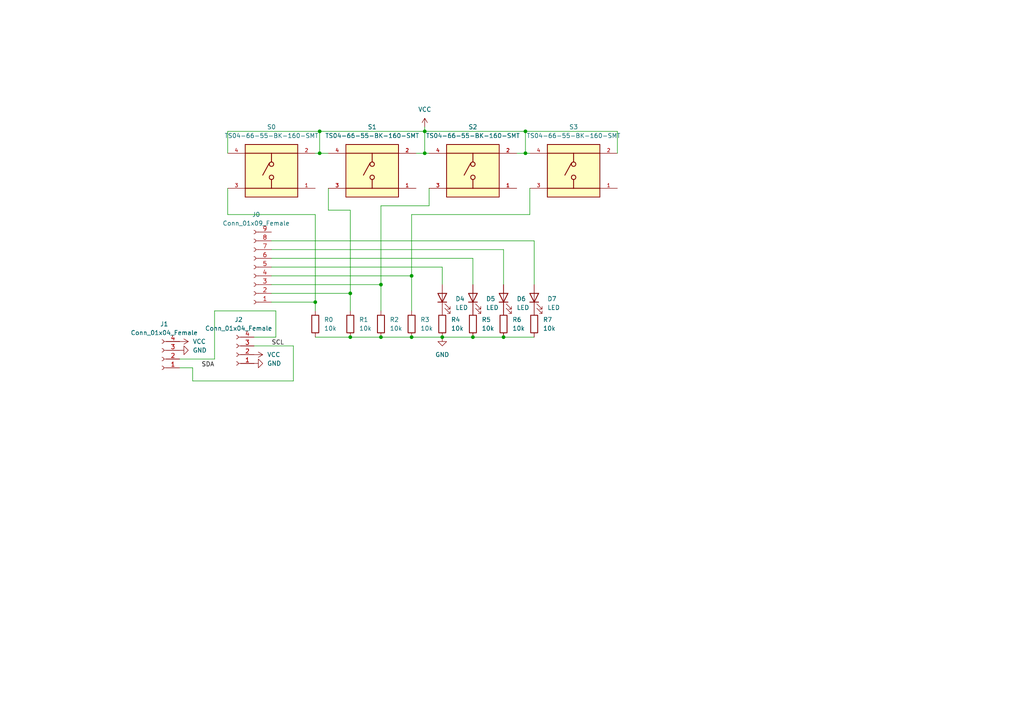
<source format=kicad_sch>
(kicad_sch (version 20211123) (generator eeschema)

  (uuid 4eacbcac-f989-40b8-903a-7be9f1a3a020)

  (paper "A4")

  (lib_symbols
    (symbol "Connector:Conn_01x04_Female" (pin_names (offset 1.016) hide) (in_bom yes) (on_board yes)
      (property "Reference" "J" (id 0) (at 0 5.08 0)
        (effects (font (size 1.27 1.27)))
      )
      (property "Value" "Conn_01x04_Female" (id 1) (at 0 -7.62 0)
        (effects (font (size 1.27 1.27)))
      )
      (property "Footprint" "" (id 2) (at 0 0 0)
        (effects (font (size 1.27 1.27)) hide)
      )
      (property "Datasheet" "~" (id 3) (at 0 0 0)
        (effects (font (size 1.27 1.27)) hide)
      )
      (property "ki_keywords" "connector" (id 4) (at 0 0 0)
        (effects (font (size 1.27 1.27)) hide)
      )
      (property "ki_description" "Generic connector, single row, 01x04, script generated (kicad-library-utils/schlib/autogen/connector/)" (id 5) (at 0 0 0)
        (effects (font (size 1.27 1.27)) hide)
      )
      (property "ki_fp_filters" "Connector*:*_1x??_*" (id 6) (at 0 0 0)
        (effects (font (size 1.27 1.27)) hide)
      )
      (symbol "Conn_01x04_Female_1_1"
        (arc (start 0 -4.572) (mid -0.508 -5.08) (end 0 -5.588)
          (stroke (width 0.1524) (type default) (color 0 0 0 0))
          (fill (type none))
        )
        (arc (start 0 -2.032) (mid -0.508 -2.54) (end 0 -3.048)
          (stroke (width 0.1524) (type default) (color 0 0 0 0))
          (fill (type none))
        )
        (polyline
          (pts
            (xy -1.27 -5.08)
            (xy -0.508 -5.08)
          )
          (stroke (width 0.1524) (type default) (color 0 0 0 0))
          (fill (type none))
        )
        (polyline
          (pts
            (xy -1.27 -2.54)
            (xy -0.508 -2.54)
          )
          (stroke (width 0.1524) (type default) (color 0 0 0 0))
          (fill (type none))
        )
        (polyline
          (pts
            (xy -1.27 0)
            (xy -0.508 0)
          )
          (stroke (width 0.1524) (type default) (color 0 0 0 0))
          (fill (type none))
        )
        (polyline
          (pts
            (xy -1.27 2.54)
            (xy -0.508 2.54)
          )
          (stroke (width 0.1524) (type default) (color 0 0 0 0))
          (fill (type none))
        )
        (arc (start 0 0.508) (mid -0.508 0) (end 0 -0.508)
          (stroke (width 0.1524) (type default) (color 0 0 0 0))
          (fill (type none))
        )
        (arc (start 0 3.048) (mid -0.508 2.54) (end 0 2.032)
          (stroke (width 0.1524) (type default) (color 0 0 0 0))
          (fill (type none))
        )
        (pin passive line (at -5.08 2.54 0) (length 3.81)
          (name "Pin_1" (effects (font (size 1.27 1.27))))
          (number "1" (effects (font (size 1.27 1.27))))
        )
        (pin passive line (at -5.08 0 0) (length 3.81)
          (name "Pin_2" (effects (font (size 1.27 1.27))))
          (number "2" (effects (font (size 1.27 1.27))))
        )
        (pin passive line (at -5.08 -2.54 0) (length 3.81)
          (name "Pin_3" (effects (font (size 1.27 1.27))))
          (number "3" (effects (font (size 1.27 1.27))))
        )
        (pin passive line (at -5.08 -5.08 0) (length 3.81)
          (name "Pin_4" (effects (font (size 1.27 1.27))))
          (number "4" (effects (font (size 1.27 1.27))))
        )
      )
    )
    (symbol "Connector:Conn_01x09_Female" (pin_names (offset 1.016) hide) (in_bom yes) (on_board yes)
      (property "Reference" "J" (id 0) (at 0 12.7 0)
        (effects (font (size 1.27 1.27)))
      )
      (property "Value" "Conn_01x09_Female" (id 1) (at 0 -12.7 0)
        (effects (font (size 1.27 1.27)))
      )
      (property "Footprint" "" (id 2) (at 0 0 0)
        (effects (font (size 1.27 1.27)) hide)
      )
      (property "Datasheet" "~" (id 3) (at 0 0 0)
        (effects (font (size 1.27 1.27)) hide)
      )
      (property "ki_keywords" "connector" (id 4) (at 0 0 0)
        (effects (font (size 1.27 1.27)) hide)
      )
      (property "ki_description" "Generic connector, single row, 01x09, script generated (kicad-library-utils/schlib/autogen/connector/)" (id 5) (at 0 0 0)
        (effects (font (size 1.27 1.27)) hide)
      )
      (property "ki_fp_filters" "Connector*:*_1x??_*" (id 6) (at 0 0 0)
        (effects (font (size 1.27 1.27)) hide)
      )
      (symbol "Conn_01x09_Female_1_1"
        (arc (start 0 -9.652) (mid -0.508 -10.16) (end 0 -10.668)
          (stroke (width 0.1524) (type default) (color 0 0 0 0))
          (fill (type none))
        )
        (arc (start 0 -7.112) (mid -0.508 -7.62) (end 0 -8.128)
          (stroke (width 0.1524) (type default) (color 0 0 0 0))
          (fill (type none))
        )
        (arc (start 0 -4.572) (mid -0.508 -5.08) (end 0 -5.588)
          (stroke (width 0.1524) (type default) (color 0 0 0 0))
          (fill (type none))
        )
        (arc (start 0 -2.032) (mid -0.508 -2.54) (end 0 -3.048)
          (stroke (width 0.1524) (type default) (color 0 0 0 0))
          (fill (type none))
        )
        (polyline
          (pts
            (xy -1.27 -10.16)
            (xy -0.508 -10.16)
          )
          (stroke (width 0.1524) (type default) (color 0 0 0 0))
          (fill (type none))
        )
        (polyline
          (pts
            (xy -1.27 -7.62)
            (xy -0.508 -7.62)
          )
          (stroke (width 0.1524) (type default) (color 0 0 0 0))
          (fill (type none))
        )
        (polyline
          (pts
            (xy -1.27 -5.08)
            (xy -0.508 -5.08)
          )
          (stroke (width 0.1524) (type default) (color 0 0 0 0))
          (fill (type none))
        )
        (polyline
          (pts
            (xy -1.27 -2.54)
            (xy -0.508 -2.54)
          )
          (stroke (width 0.1524) (type default) (color 0 0 0 0))
          (fill (type none))
        )
        (polyline
          (pts
            (xy -1.27 0)
            (xy -0.508 0)
          )
          (stroke (width 0.1524) (type default) (color 0 0 0 0))
          (fill (type none))
        )
        (polyline
          (pts
            (xy -1.27 2.54)
            (xy -0.508 2.54)
          )
          (stroke (width 0.1524) (type default) (color 0 0 0 0))
          (fill (type none))
        )
        (polyline
          (pts
            (xy -1.27 5.08)
            (xy -0.508 5.08)
          )
          (stroke (width 0.1524) (type default) (color 0 0 0 0))
          (fill (type none))
        )
        (polyline
          (pts
            (xy -1.27 7.62)
            (xy -0.508 7.62)
          )
          (stroke (width 0.1524) (type default) (color 0 0 0 0))
          (fill (type none))
        )
        (polyline
          (pts
            (xy -1.27 10.16)
            (xy -0.508 10.16)
          )
          (stroke (width 0.1524) (type default) (color 0 0 0 0))
          (fill (type none))
        )
        (arc (start 0 0.508) (mid -0.508 0) (end 0 -0.508)
          (stroke (width 0.1524) (type default) (color 0 0 0 0))
          (fill (type none))
        )
        (arc (start 0 3.048) (mid -0.508 2.54) (end 0 2.032)
          (stroke (width 0.1524) (type default) (color 0 0 0 0))
          (fill (type none))
        )
        (arc (start 0 5.588) (mid -0.508 5.08) (end 0 4.572)
          (stroke (width 0.1524) (type default) (color 0 0 0 0))
          (fill (type none))
        )
        (arc (start 0 8.128) (mid -0.508 7.62) (end 0 7.112)
          (stroke (width 0.1524) (type default) (color 0 0 0 0))
          (fill (type none))
        )
        (arc (start 0 10.668) (mid -0.508 10.16) (end 0 9.652)
          (stroke (width 0.1524) (type default) (color 0 0 0 0))
          (fill (type none))
        )
        (pin passive line (at -5.08 10.16 0) (length 3.81)
          (name "Pin_1" (effects (font (size 1.27 1.27))))
          (number "1" (effects (font (size 1.27 1.27))))
        )
        (pin passive line (at -5.08 7.62 0) (length 3.81)
          (name "Pin_2" (effects (font (size 1.27 1.27))))
          (number "2" (effects (font (size 1.27 1.27))))
        )
        (pin passive line (at -5.08 5.08 0) (length 3.81)
          (name "Pin_3" (effects (font (size 1.27 1.27))))
          (number "3" (effects (font (size 1.27 1.27))))
        )
        (pin passive line (at -5.08 2.54 0) (length 3.81)
          (name "Pin_4" (effects (font (size 1.27 1.27))))
          (number "4" (effects (font (size 1.27 1.27))))
        )
        (pin passive line (at -5.08 0 0) (length 3.81)
          (name "Pin_5" (effects (font (size 1.27 1.27))))
          (number "5" (effects (font (size 1.27 1.27))))
        )
        (pin passive line (at -5.08 -2.54 0) (length 3.81)
          (name "Pin_6" (effects (font (size 1.27 1.27))))
          (number "6" (effects (font (size 1.27 1.27))))
        )
        (pin passive line (at -5.08 -5.08 0) (length 3.81)
          (name "Pin_7" (effects (font (size 1.27 1.27))))
          (number "7" (effects (font (size 1.27 1.27))))
        )
        (pin passive line (at -5.08 -7.62 0) (length 3.81)
          (name "Pin_8" (effects (font (size 1.27 1.27))))
          (number "8" (effects (font (size 1.27 1.27))))
        )
        (pin passive line (at -5.08 -10.16 0) (length 3.81)
          (name "Pin_9" (effects (font (size 1.27 1.27))))
          (number "9" (effects (font (size 1.27 1.27))))
        )
      )
    )
    (symbol "Device:LED" (pin_numbers hide) (pin_names (offset 1.016) hide) (in_bom yes) (on_board yes)
      (property "Reference" "D" (id 0) (at 0 2.54 0)
        (effects (font (size 1.27 1.27)))
      )
      (property "Value" "LED" (id 1) (at 0 -2.54 0)
        (effects (font (size 1.27 1.27)))
      )
      (property "Footprint" "" (id 2) (at 0 0 0)
        (effects (font (size 1.27 1.27)) hide)
      )
      (property "Datasheet" "~" (id 3) (at 0 0 0)
        (effects (font (size 1.27 1.27)) hide)
      )
      (property "ki_keywords" "LED diode" (id 4) (at 0 0 0)
        (effects (font (size 1.27 1.27)) hide)
      )
      (property "ki_description" "Light emitting diode" (id 5) (at 0 0 0)
        (effects (font (size 1.27 1.27)) hide)
      )
      (property "ki_fp_filters" "LED* LED_SMD:* LED_THT:*" (id 6) (at 0 0 0)
        (effects (font (size 1.27 1.27)) hide)
      )
      (symbol "LED_0_1"
        (polyline
          (pts
            (xy -1.27 -1.27)
            (xy -1.27 1.27)
          )
          (stroke (width 0.254) (type default) (color 0 0 0 0))
          (fill (type none))
        )
        (polyline
          (pts
            (xy -1.27 0)
            (xy 1.27 0)
          )
          (stroke (width 0) (type default) (color 0 0 0 0))
          (fill (type none))
        )
        (polyline
          (pts
            (xy 1.27 -1.27)
            (xy 1.27 1.27)
            (xy -1.27 0)
            (xy 1.27 -1.27)
          )
          (stroke (width 0.254) (type default) (color 0 0 0 0))
          (fill (type none))
        )
        (polyline
          (pts
            (xy -3.048 -0.762)
            (xy -4.572 -2.286)
            (xy -3.81 -2.286)
            (xy -4.572 -2.286)
            (xy -4.572 -1.524)
          )
          (stroke (width 0) (type default) (color 0 0 0 0))
          (fill (type none))
        )
        (polyline
          (pts
            (xy -1.778 -0.762)
            (xy -3.302 -2.286)
            (xy -2.54 -2.286)
            (xy -3.302 -2.286)
            (xy -3.302 -1.524)
          )
          (stroke (width 0) (type default) (color 0 0 0 0))
          (fill (type none))
        )
      )
      (symbol "LED_1_1"
        (pin passive line (at -3.81 0 0) (length 2.54)
          (name "K" (effects (font (size 1.27 1.27))))
          (number "1" (effects (font (size 1.27 1.27))))
        )
        (pin passive line (at 3.81 0 180) (length 2.54)
          (name "A" (effects (font (size 1.27 1.27))))
          (number "2" (effects (font (size 1.27 1.27))))
        )
      )
    )
    (symbol "Device:R" (pin_numbers hide) (pin_names (offset 0)) (in_bom yes) (on_board yes)
      (property "Reference" "R" (id 0) (at 2.032 0 90)
        (effects (font (size 1.27 1.27)))
      )
      (property "Value" "R" (id 1) (at 0 0 90)
        (effects (font (size 1.27 1.27)))
      )
      (property "Footprint" "" (id 2) (at -1.778 0 90)
        (effects (font (size 1.27 1.27)) hide)
      )
      (property "Datasheet" "~" (id 3) (at 0 0 0)
        (effects (font (size 1.27 1.27)) hide)
      )
      (property "ki_keywords" "R res resistor" (id 4) (at 0 0 0)
        (effects (font (size 1.27 1.27)) hide)
      )
      (property "ki_description" "Resistor" (id 5) (at 0 0 0)
        (effects (font (size 1.27 1.27)) hide)
      )
      (property "ki_fp_filters" "R_*" (id 6) (at 0 0 0)
        (effects (font (size 1.27 1.27)) hide)
      )
      (symbol "R_0_1"
        (rectangle (start -1.016 -2.54) (end 1.016 2.54)
          (stroke (width 0.254) (type default) (color 0 0 0 0))
          (fill (type none))
        )
      )
      (symbol "R_1_1"
        (pin passive line (at 0 3.81 270) (length 1.27)
          (name "~" (effects (font (size 1.27 1.27))))
          (number "1" (effects (font (size 1.27 1.27))))
        )
        (pin passive line (at 0 -3.81 90) (length 1.27)
          (name "~" (effects (font (size 1.27 1.27))))
          (number "2" (effects (font (size 1.27 1.27))))
        )
      )
    )
    (symbol "TS04-66-55-BK-160-SMT:TS04-66-55-BK-160-SMT" (pin_names (offset 1.016)) (in_bom yes) (on_board yes)
      (property "Reference" "S" (id 0) (at -7.62 8.382 0)
        (effects (font (size 1.27 1.27)) (justify left bottom))
      )
      (property "Value" "TS04-66-55-BK-160-SMT" (id 1) (at -7.62 -8.382 0)
        (effects (font (size 1.27 1.27)) (justify left top))
      )
      (property "Footprint" "TS04-66-55-BK-160-SMT:SW_TS04-66-55-BK-160-SMT" (id 2) (at 0 0 0)
        (effects (font (size 1.27 1.27)) (justify bottom) hide)
      )
      (property "Datasheet" "" (id 3) (at 0 0 0)
        (effects (font (size 1.27 1.27)) hide)
      )
      (property "PARTREV" "1.0" (id 4) (at 0 0 0)
        (effects (font (size 1.27 1.27)) (justify bottom) hide)
      )
      (property "MANUFACTURER" "CUI Devices" (id 5) (at 0 0 0)
        (effects (font (size 1.27 1.27)) (justify bottom) hide)
      )
      (property "STANDARD" "Manufacturer Recommendations" (id 6) (at 0 0 0)
        (effects (font (size 1.27 1.27)) (justify bottom) hide)
      )
      (symbol "TS04-66-55-BK-160-SMT_0_0"
        (rectangle (start -7.62 -7.62) (end 7.62 7.62)
          (stroke (width 0.254) (type default) (color 0 0 0 0))
          (fill (type background))
        )
        (circle (center 0 -1.905) (radius 0.635)
          (stroke (width 0.254) (type default) (color 0 0 0 0))
          (fill (type none))
        )
        (polyline
          (pts
            (xy 0 -5.08)
            (xy -7.62 -5.08)
          )
          (stroke (width 0.254) (type default) (color 0 0 0 0))
          (fill (type none))
        )
        (polyline
          (pts
            (xy 0 -5.08)
            (xy 7.62 -5.08)
          )
          (stroke (width 0.254) (type default) (color 0 0 0 0))
          (fill (type none))
        )
        (polyline
          (pts
            (xy 0 -2.54)
            (xy 0 -5.08)
          )
          (stroke (width 0.254) (type default) (color 0 0 0 0))
          (fill (type none))
        )
        (polyline
          (pts
            (xy 0 5.08)
            (xy -7.62 5.08)
          )
          (stroke (width 0.254) (type default) (color 0 0 0 0))
          (fill (type none))
        )
        (polyline
          (pts
            (xy 0 5.08)
            (xy 0 2.54)
          )
          (stroke (width 0.254) (type default) (color 0 0 0 0))
          (fill (type none))
        )
        (polyline
          (pts
            (xy 0 5.08)
            (xy 7.62 5.08)
          )
          (stroke (width 0.254) (type default) (color 0 0 0 0))
          (fill (type none))
        )
        (polyline
          (pts
            (xy 0.635 -2.2225)
            (xy 2.54 1.27)
          )
          (stroke (width 0.254) (type default) (color 0 0 0 0))
          (fill (type none))
        )
        (circle (center 0 1.905) (radius 0.635)
          (stroke (width 0.254) (type default) (color 0 0 0 0))
          (fill (type none))
        )
        (pin passive line (at -12.7 5.08 0) (length 5.08)
          (name "~" (effects (font (size 1.016 1.016))))
          (number "1" (effects (font (size 1.016 1.016))))
        )
        (pin passive line (at -12.7 -5.08 0) (length 5.08)
          (name "~" (effects (font (size 1.016 1.016))))
          (number "2" (effects (font (size 1.016 1.016))))
        )
        (pin passive line (at 12.7 5.08 180) (length 5.08)
          (name "~" (effects (font (size 1.016 1.016))))
          (number "3" (effects (font (size 1.016 1.016))))
        )
        (pin passive line (at 12.7 -5.08 180) (length 5.08)
          (name "~" (effects (font (size 1.016 1.016))))
          (number "4" (effects (font (size 1.016 1.016))))
        )
      )
    )
    (symbol "power:GND" (power) (pin_names (offset 0)) (in_bom yes) (on_board yes)
      (property "Reference" "#PWR" (id 0) (at 0 -6.35 0)
        (effects (font (size 1.27 1.27)) hide)
      )
      (property "Value" "GND" (id 1) (at 0 -3.81 0)
        (effects (font (size 1.27 1.27)))
      )
      (property "Footprint" "" (id 2) (at 0 0 0)
        (effects (font (size 1.27 1.27)) hide)
      )
      (property "Datasheet" "" (id 3) (at 0 0 0)
        (effects (font (size 1.27 1.27)) hide)
      )
      (property "ki_keywords" "power-flag" (id 4) (at 0 0 0)
        (effects (font (size 1.27 1.27)) hide)
      )
      (property "ki_description" "Power symbol creates a global label with name \"GND\" , ground" (id 5) (at 0 0 0)
        (effects (font (size 1.27 1.27)) hide)
      )
      (symbol "GND_0_1"
        (polyline
          (pts
            (xy 0 0)
            (xy 0 -1.27)
            (xy 1.27 -1.27)
            (xy 0 -2.54)
            (xy -1.27 -1.27)
            (xy 0 -1.27)
          )
          (stroke (width 0) (type default) (color 0 0 0 0))
          (fill (type none))
        )
      )
      (symbol "GND_1_1"
        (pin power_in line (at 0 0 270) (length 0) hide
          (name "GND" (effects (font (size 1.27 1.27))))
          (number "1" (effects (font (size 1.27 1.27))))
        )
      )
    )
    (symbol "power:VCC" (power) (pin_names (offset 0)) (in_bom yes) (on_board yes)
      (property "Reference" "#PWR" (id 0) (at 0 -3.81 0)
        (effects (font (size 1.27 1.27)) hide)
      )
      (property "Value" "VCC" (id 1) (at 0 3.81 0)
        (effects (font (size 1.27 1.27)))
      )
      (property "Footprint" "" (id 2) (at 0 0 0)
        (effects (font (size 1.27 1.27)) hide)
      )
      (property "Datasheet" "" (id 3) (at 0 0 0)
        (effects (font (size 1.27 1.27)) hide)
      )
      (property "ki_keywords" "power-flag" (id 4) (at 0 0 0)
        (effects (font (size 1.27 1.27)) hide)
      )
      (property "ki_description" "Power symbol creates a global label with name \"VCC\"" (id 5) (at 0 0 0)
        (effects (font (size 1.27 1.27)) hide)
      )
      (symbol "VCC_0_1"
        (polyline
          (pts
            (xy -0.762 1.27)
            (xy 0 2.54)
          )
          (stroke (width 0) (type default) (color 0 0 0 0))
          (fill (type none))
        )
        (polyline
          (pts
            (xy 0 0)
            (xy 0 2.54)
          )
          (stroke (width 0) (type default) (color 0 0 0 0))
          (fill (type none))
        )
        (polyline
          (pts
            (xy 0 2.54)
            (xy 0.762 1.27)
          )
          (stroke (width 0) (type default) (color 0 0 0 0))
          (fill (type none))
        )
      )
      (symbol "VCC_1_1"
        (pin power_in line (at 0 0 90) (length 0) hide
          (name "VCC" (effects (font (size 1.27 1.27))))
          (number "1" (effects (font (size 1.27 1.27))))
        )
      )
    )
  )

  (junction (at 123.19 38.1) (diameter 0) (color 0 0 0 0)
    (uuid 102e3269-5d57-48c2-a2d7-966a3728abd0)
  )
  (junction (at 92.71 38.1) (diameter 0) (color 0 0 0 0)
    (uuid 13793e7f-4327-4a82-9822-c354fb883b89)
  )
  (junction (at 137.16 97.79) (diameter 0) (color 0 0 0 0)
    (uuid 4369da3c-9daa-4850-a91e-52f2106e6b8e)
  )
  (junction (at 92.71 44.45) (diameter 0) (color 0 0 0 0)
    (uuid 4c4c00b3-8ab4-4d29-ad87-6ccfa66ca02a)
  )
  (junction (at 119.38 97.79) (diameter 0) (color 0 0 0 0)
    (uuid 4e0b0cbb-1419-4193-a973-3b83c62bbd27)
  )
  (junction (at 91.44 87.63) (diameter 0) (color 0 0 0 0)
    (uuid 5c554462-6777-4af5-90ce-a7457196ccc1)
  )
  (junction (at 146.05 97.79) (diameter 0) (color 0 0 0 0)
    (uuid 5d5f788e-7f95-415a-961a-0e48a4477b84)
  )
  (junction (at 123.19 44.45) (diameter 0) (color 0 0 0 0)
    (uuid 7fbb2017-8d58-4b65-8799-d56ac75c12be)
  )
  (junction (at 152.4 38.1) (diameter 0) (color 0 0 0 0)
    (uuid 905d37fe-6574-4539-993b-0151b6933e9b)
  )
  (junction (at 128.27 97.79) (diameter 0) (color 0 0 0 0)
    (uuid 9f451af6-03b0-4a78-8f78-944d328103b8)
  )
  (junction (at 152.4 44.45) (diameter 0) (color 0 0 0 0)
    (uuid a4d30400-676c-4926-878f-6d9fdb846089)
  )
  (junction (at 101.6 97.79) (diameter 0) (color 0 0 0 0)
    (uuid b40423c4-063d-44a0-8109-802bcfabefa5)
  )
  (junction (at 101.6 85.09) (diameter 0) (color 0 0 0 0)
    (uuid b96c9547-e5eb-419f-a8a3-98ba6eb43be9)
  )
  (junction (at 119.38 80.01) (diameter 0) (color 0 0 0 0)
    (uuid bc4c261f-9d7d-4136-a8f8-65e0aff17acb)
  )
  (junction (at 110.49 82.55) (diameter 0) (color 0 0 0 0)
    (uuid cd1f3dec-772c-4420-839f-d011f2b09a8e)
  )
  (junction (at 110.49 97.79) (diameter 0) (color 0 0 0 0)
    (uuid ff706323-a2c2-414b-8018-24724980f5fd)
  )

  (wire (pts (xy 66.04 54.61) (xy 66.04 62.23))
    (stroke (width 0) (type default) (color 0 0 0 0))
    (uuid 06c87f78-e206-4d0c-b0ed-061a49ca9dfa)
  )
  (wire (pts (xy 55.88 106.68) (xy 55.88 110.49))
    (stroke (width 0) (type default) (color 0 0 0 0))
    (uuid 07dd448c-1a49-4905-bf53-e96328e2af8f)
  )
  (wire (pts (xy 73.66 100.33) (xy 85.09 100.33))
    (stroke (width 0) (type default) (color 0 0 0 0))
    (uuid 0bb723b4-f523-4fe4-91bc-dba4c8436dea)
  )
  (wire (pts (xy 78.74 82.55) (xy 110.49 82.55))
    (stroke (width 0) (type default) (color 0 0 0 0))
    (uuid 0d2a403a-eed5-4a93-85c8-42984225f0e7)
  )
  (wire (pts (xy 146.05 72.39) (xy 146.05 82.55))
    (stroke (width 0) (type default) (color 0 0 0 0))
    (uuid 0fbc0bcc-1c4c-40e4-9468-2b45a5532aab)
  )
  (wire (pts (xy 78.74 85.09) (xy 101.6 85.09))
    (stroke (width 0) (type default) (color 0 0 0 0))
    (uuid 0ff210c9-ae44-4266-a95b-e12030e46509)
  )
  (wire (pts (xy 179.07 38.1) (xy 152.4 38.1))
    (stroke (width 0) (type default) (color 0 0 0 0))
    (uuid 101fa502-a79e-474e-8a82-5c29ecadc1d8)
  )
  (wire (pts (xy 66.04 44.45) (xy 66.04 38.1))
    (stroke (width 0) (type default) (color 0 0 0 0))
    (uuid 15989a84-1a07-4fc3-94d0-ec1ec4bfad5d)
  )
  (wire (pts (xy 123.19 38.1) (xy 152.4 38.1))
    (stroke (width 0) (type default) (color 0 0 0 0))
    (uuid 159e0a0a-a2a4-45a6-a890-01580fa821f4)
  )
  (wire (pts (xy 123.19 44.45) (xy 124.46 44.45))
    (stroke (width 0) (type default) (color 0 0 0 0))
    (uuid 1dd6eb85-e23d-4881-a91e-792dd3693381)
  )
  (wire (pts (xy 91.44 87.63) (xy 91.44 90.17))
    (stroke (width 0) (type default) (color 0 0 0 0))
    (uuid 2693cd11-2f7f-4e90-9bac-d97aa72eb664)
  )
  (wire (pts (xy 128.27 97.79) (xy 137.16 97.79))
    (stroke (width 0) (type default) (color 0 0 0 0))
    (uuid 286406c1-afc3-43bd-a9d7-1de4addd60a9)
  )
  (wire (pts (xy 91.44 97.79) (xy 101.6 97.79))
    (stroke (width 0) (type default) (color 0 0 0 0))
    (uuid 2bd840ef-b377-498b-a495-ceef86b089ae)
  )
  (wire (pts (xy 78.74 69.85) (xy 154.94 69.85))
    (stroke (width 0) (type default) (color 0 0 0 0))
    (uuid 2cfb0afd-283b-47dc-8866-3c9855b2d455)
  )
  (wire (pts (xy 95.25 54.61) (xy 95.25 60.96))
    (stroke (width 0) (type default) (color 0 0 0 0))
    (uuid 2f8def46-8d37-4659-a66b-97112d3f77fc)
  )
  (wire (pts (xy 101.6 97.79) (xy 110.49 97.79))
    (stroke (width 0) (type default) (color 0 0 0 0))
    (uuid 3033a2bc-daff-4873-a327-652cff7e21cd)
  )
  (wire (pts (xy 119.38 80.01) (xy 119.38 90.17))
    (stroke (width 0) (type default) (color 0 0 0 0))
    (uuid 3aca3ce0-2568-41e1-8ee3-0b0f1e77a140)
  )
  (wire (pts (xy 52.07 106.68) (xy 55.88 106.68))
    (stroke (width 0) (type default) (color 0 0 0 0))
    (uuid 3d20610c-bf3c-4fb0-a96b-354f2591fdf0)
  )
  (wire (pts (xy 179.07 44.45) (xy 179.07 38.1))
    (stroke (width 0) (type default) (color 0 0 0 0))
    (uuid 403b21db-afd6-433c-8fbb-ad1875a5555d)
  )
  (wire (pts (xy 137.16 74.93) (xy 137.16 82.55))
    (stroke (width 0) (type default) (color 0 0 0 0))
    (uuid 40d0f00b-6b2e-457c-b7e3-6c29a2c20685)
  )
  (wire (pts (xy 123.19 38.1) (xy 123.19 44.45))
    (stroke (width 0) (type default) (color 0 0 0 0))
    (uuid 47bfc3a6-b6a7-457f-adb4-0945ad6b5a93)
  )
  (wire (pts (xy 110.49 97.79) (xy 119.38 97.79))
    (stroke (width 0) (type default) (color 0 0 0 0))
    (uuid 54d8d108-5ed1-45d9-a27e-e91011767c75)
  )
  (wire (pts (xy 78.74 87.63) (xy 91.44 87.63))
    (stroke (width 0) (type default) (color 0 0 0 0))
    (uuid 596311fe-f118-4914-a643-78afbb433314)
  )
  (wire (pts (xy 62.23 104.14) (xy 62.23 90.17))
    (stroke (width 0) (type default) (color 0 0 0 0))
    (uuid 598c3f44-de1c-488e-8a67-1096de0c98a4)
  )
  (wire (pts (xy 78.74 80.01) (xy 119.38 80.01))
    (stroke (width 0) (type default) (color 0 0 0 0))
    (uuid 61f49944-7ad4-441d-b260-4287db0e41f6)
  )
  (wire (pts (xy 137.16 97.79) (xy 146.05 97.79))
    (stroke (width 0) (type default) (color 0 0 0 0))
    (uuid 734235e5-d285-4a41-ad08-2a60bf625e35)
  )
  (wire (pts (xy 110.49 82.55) (xy 110.49 90.17))
    (stroke (width 0) (type default) (color 0 0 0 0))
    (uuid 749754f3-dcfc-4e36-b5d9-8d63091d830a)
  )
  (wire (pts (xy 91.44 44.45) (xy 92.71 44.45))
    (stroke (width 0) (type default) (color 0 0 0 0))
    (uuid 7ffdb984-0091-4189-9e68-baff2ed122ba)
  )
  (wire (pts (xy 124.46 54.61) (xy 124.46 59.69))
    (stroke (width 0) (type default) (color 0 0 0 0))
    (uuid 8c6d1580-43d4-41af-ab33-af76688543ef)
  )
  (wire (pts (xy 123.19 36.83) (xy 123.19 38.1))
    (stroke (width 0) (type default) (color 0 0 0 0))
    (uuid 8fcefa22-8626-4374-8eaa-0f892b13bc79)
  )
  (wire (pts (xy 152.4 38.1) (xy 152.4 44.45))
    (stroke (width 0) (type default) (color 0 0 0 0))
    (uuid 92d14e73-424b-4c8c-bcb4-8cdb24f90ef1)
  )
  (wire (pts (xy 120.65 44.45) (xy 123.19 44.45))
    (stroke (width 0) (type default) (color 0 0 0 0))
    (uuid 9b46e5fa-0ea7-4774-bf08-9ad829b13008)
  )
  (wire (pts (xy 78.74 77.47) (xy 128.27 77.47))
    (stroke (width 0) (type default) (color 0 0 0 0))
    (uuid 9dc2dc68-df9f-4404-b463-be529dfb7881)
  )
  (wire (pts (xy 124.46 59.69) (xy 110.49 59.69))
    (stroke (width 0) (type default) (color 0 0 0 0))
    (uuid a0a71a06-a6e8-4b36-9370-9eb1a0771100)
  )
  (wire (pts (xy 95.25 60.96) (xy 101.6 60.96))
    (stroke (width 0) (type default) (color 0 0 0 0))
    (uuid a13604a1-1c2d-42bf-b370-af2046430191)
  )
  (wire (pts (xy 85.09 100.33) (xy 85.09 110.49))
    (stroke (width 0) (type default) (color 0 0 0 0))
    (uuid a280ab02-ba3e-4aa7-8447-8dbef5736acd)
  )
  (wire (pts (xy 85.09 110.49) (xy 55.88 110.49))
    (stroke (width 0) (type default) (color 0 0 0 0))
    (uuid aabedf0e-0b08-4461-afec-6ecf7538856b)
  )
  (wire (pts (xy 80.01 97.79) (xy 73.66 97.79))
    (stroke (width 0) (type default) (color 0 0 0 0))
    (uuid acbe17df-3bc7-45ce-94c6-fa1a28e20e1b)
  )
  (wire (pts (xy 66.04 62.23) (xy 91.44 62.23))
    (stroke (width 0) (type default) (color 0 0 0 0))
    (uuid ae9491a1-f160-422c-bdfd-450b474b4d34)
  )
  (wire (pts (xy 146.05 97.79) (xy 154.94 97.79))
    (stroke (width 0) (type default) (color 0 0 0 0))
    (uuid b34f9633-7bb6-470d-b0a6-9de962a75cd3)
  )
  (wire (pts (xy 149.86 44.45) (xy 152.4 44.45))
    (stroke (width 0) (type default) (color 0 0 0 0))
    (uuid b530cf10-994e-4f66-a284-a428fdc67bd0)
  )
  (wire (pts (xy 119.38 97.79) (xy 128.27 97.79))
    (stroke (width 0) (type default) (color 0 0 0 0))
    (uuid babba965-3a90-454f-96d8-5be1bb76699d)
  )
  (wire (pts (xy 101.6 60.96) (xy 101.6 85.09))
    (stroke (width 0) (type default) (color 0 0 0 0))
    (uuid bb6cea0c-2e7e-43eb-9f9d-b56db96a8a18)
  )
  (wire (pts (xy 78.74 74.93) (xy 137.16 74.93))
    (stroke (width 0) (type default) (color 0 0 0 0))
    (uuid bfc10018-247b-4897-ba6e-71b376684387)
  )
  (wire (pts (xy 101.6 85.09) (xy 101.6 90.17))
    (stroke (width 0) (type default) (color 0 0 0 0))
    (uuid c0ac9b61-a7de-4750-bb91-5ccf252ffff2)
  )
  (wire (pts (xy 154.94 69.85) (xy 154.94 82.55))
    (stroke (width 0) (type default) (color 0 0 0 0))
    (uuid c1c57c53-0f0b-44f1-8371-f3ac4c30f384)
  )
  (wire (pts (xy 80.01 90.17) (xy 80.01 97.79))
    (stroke (width 0) (type default) (color 0 0 0 0))
    (uuid c6cbc494-d015-4412-8094-31e1e5bbc123)
  )
  (wire (pts (xy 91.44 62.23) (xy 91.44 87.63))
    (stroke (width 0) (type default) (color 0 0 0 0))
    (uuid caee3569-5b1b-482b-9932-e3d93dde0d21)
  )
  (wire (pts (xy 78.74 72.39) (xy 146.05 72.39))
    (stroke (width 0) (type default) (color 0 0 0 0))
    (uuid cb761086-2e9a-4183-9fbc-d0699a2086cc)
  )
  (wire (pts (xy 123.19 38.1) (xy 92.71 38.1))
    (stroke (width 0) (type default) (color 0 0 0 0))
    (uuid cc6da37a-ca4f-4d2a-b488-ad3cba99a784)
  )
  (wire (pts (xy 52.07 104.14) (xy 62.23 104.14))
    (stroke (width 0) (type default) (color 0 0 0 0))
    (uuid d3dcccf3-c9a2-4b5a-a910-66a6b53bf7ab)
  )
  (wire (pts (xy 153.67 62.23) (xy 119.38 62.23))
    (stroke (width 0) (type default) (color 0 0 0 0))
    (uuid e24e920e-8634-4d84-adf6-d1684ac40aa2)
  )
  (wire (pts (xy 152.4 44.45) (xy 153.67 44.45))
    (stroke (width 0) (type default) (color 0 0 0 0))
    (uuid e2e13c1b-8ee4-4d4d-a373-46e5d858e8b7)
  )
  (wire (pts (xy 110.49 59.69) (xy 110.49 82.55))
    (stroke (width 0) (type default) (color 0 0 0 0))
    (uuid e86fc335-29c9-457e-a8a8-86f18c1d7cd5)
  )
  (wire (pts (xy 62.23 90.17) (xy 80.01 90.17))
    (stroke (width 0) (type default) (color 0 0 0 0))
    (uuid e9bb454e-a9a0-418d-9860-9212c9799f6f)
  )
  (wire (pts (xy 92.71 44.45) (xy 95.25 44.45))
    (stroke (width 0) (type default) (color 0 0 0 0))
    (uuid eb067906-3835-4046-8b64-1422da794ff8)
  )
  (wire (pts (xy 92.71 38.1) (xy 92.71 44.45))
    (stroke (width 0) (type default) (color 0 0 0 0))
    (uuid ecc5ba7a-526a-4106-86b0-d759f7473e22)
  )
  (wire (pts (xy 66.04 38.1) (xy 92.71 38.1))
    (stroke (width 0) (type default) (color 0 0 0 0))
    (uuid f2df7d5e-2166-4f37-bbe5-ee02c53381e8)
  )
  (wire (pts (xy 119.38 62.23) (xy 119.38 80.01))
    (stroke (width 0) (type default) (color 0 0 0 0))
    (uuid f3e4fd7c-48e3-4b18-97e2-a22c70550b2f)
  )
  (wire (pts (xy 128.27 77.47) (xy 128.27 82.55))
    (stroke (width 0) (type default) (color 0 0 0 0))
    (uuid f7d436f6-a89a-4a7b-b549-dc1bde684df6)
  )
  (wire (pts (xy 153.67 54.61) (xy 153.67 62.23))
    (stroke (width 0) (type default) (color 0 0 0 0))
    (uuid f94e0b25-d2fe-4a6c-9256-94dd744b6341)
  )

  (label "SDA" (at 58.42 106.68 0)
    (effects (font (size 1.27 1.27)) (justify left bottom))
    (uuid af9dd4f1-fd00-4bc7-8cb9-df512342b995)
  )
  (label "SCL" (at 78.74 100.33 0)
    (effects (font (size 1.27 1.27)) (justify left bottom))
    (uuid ea6c29dd-9ecd-4a61-aabc-9cc948e30c8a)
  )

  (symbol (lib_id "Device:R") (at 137.16 93.98 0) (unit 1)
    (in_bom yes) (on_board yes) (fields_autoplaced)
    (uuid 05a91353-8286-465f-8b51-6dbd686eb63a)
    (property "Reference" "R5" (id 0) (at 139.7 92.7099 0)
      (effects (font (size 1.27 1.27)) (justify left))
    )
    (property "Value" "10k" (id 1) (at 139.7 95.2499 0)
      (effects (font (size 1.27 1.27)) (justify left))
    )
    (property "Footprint" "Resistor_SMD:R_1206_3216Metric_Pad1.30x1.75mm_HandSolder" (id 2) (at 135.382 93.98 90)
      (effects (font (size 1.27 1.27)) hide)
    )
    (property "Datasheet" "~" (id 3) (at 137.16 93.98 0)
      (effects (font (size 1.27 1.27)) hide)
    )
    (pin "1" (uuid 32cc8480-1fb1-4a49-8c40-9b129dcfe0d1))
    (pin "2" (uuid 2a5a6a11-1d75-41e2-915e-422cace14606))
  )

  (symbol (lib_id "power:VCC") (at 123.19 36.83 0) (unit 1)
    (in_bom yes) (on_board yes) (fields_autoplaced)
    (uuid 18738f4b-df17-46df-9dcf-8c61121caa3b)
    (property "Reference" "#PWR0101" (id 0) (at 123.19 40.64 0)
      (effects (font (size 1.27 1.27)) hide)
    )
    (property "Value" "VCC" (id 1) (at 123.19 31.75 0))
    (property "Footprint" "" (id 2) (at 123.19 36.83 0)
      (effects (font (size 1.27 1.27)) hide)
    )
    (property "Datasheet" "" (id 3) (at 123.19 36.83 0)
      (effects (font (size 1.27 1.27)) hide)
    )
    (pin "1" (uuid 94b7521d-b3b2-495a-9905-072642c706b6))
  )

  (symbol (lib_id "Connector:Conn_01x04_Female") (at 68.58 102.87 180) (unit 1)
    (in_bom yes) (on_board yes) (fields_autoplaced)
    (uuid 1cb879eb-a9d2-43af-bf73-0eb7f62cda7b)
    (property "Reference" "J2" (id 0) (at 69.215 92.71 0))
    (property "Value" "Conn_01x04_Female" (id 1) (at 69.215 95.25 0))
    (property "Footprint" "Connector_PinSocket_2.54mm:PinSocket_1x04_P2.54mm_Vertical" (id 2) (at 68.58 102.87 0)
      (effects (font (size 1.27 1.27)) hide)
    )
    (property "Datasheet" "~" (id 3) (at 68.58 102.87 0)
      (effects (font (size 1.27 1.27)) hide)
    )
    (pin "1" (uuid 051bb5c4-f53a-41c5-a096-1dba04f38db5))
    (pin "2" (uuid ed90484b-89c9-4d64-865f-b0c30c0fc6b1))
    (pin "3" (uuid d627d83c-da15-439e-8add-424d82331975))
    (pin "4" (uuid 706f66bc-6a49-4e14-a733-0cb87300101c))
  )

  (symbol (lib_id "Device:R") (at 146.05 93.98 0) (unit 1)
    (in_bom yes) (on_board yes) (fields_autoplaced)
    (uuid 22932c7d-1d2d-46b8-8f3e-687c646cacd3)
    (property "Reference" "R6" (id 0) (at 148.59 92.7099 0)
      (effects (font (size 1.27 1.27)) (justify left))
    )
    (property "Value" "10k" (id 1) (at 148.59 95.2499 0)
      (effects (font (size 1.27 1.27)) (justify left))
    )
    (property "Footprint" "Resistor_SMD:R_1206_3216Metric_Pad1.30x1.75mm_HandSolder" (id 2) (at 144.272 93.98 90)
      (effects (font (size 1.27 1.27)) hide)
    )
    (property "Datasheet" "~" (id 3) (at 146.05 93.98 0)
      (effects (font (size 1.27 1.27)) hide)
    )
    (pin "1" (uuid 342e4cd2-1202-40ae-aa90-07cdcba46b6f))
    (pin "2" (uuid e353413b-cc1a-4645-9eb8-bc21f5fa7b82))
  )

  (symbol (lib_id "power:GND") (at 52.07 101.6 90) (unit 1)
    (in_bom yes) (on_board yes) (fields_autoplaced)
    (uuid 248fc733-55f8-4b22-8782-aa2008ffd9b0)
    (property "Reference" "#PWR0106" (id 0) (at 58.42 101.6 0)
      (effects (font (size 1.27 1.27)) hide)
    )
    (property "Value" "GND" (id 1) (at 55.88 101.5999 90)
      (effects (font (size 1.27 1.27)) (justify right))
    )
    (property "Footprint" "" (id 2) (at 52.07 101.6 0)
      (effects (font (size 1.27 1.27)) hide)
    )
    (property "Datasheet" "" (id 3) (at 52.07 101.6 0)
      (effects (font (size 1.27 1.27)) hide)
    )
    (pin "1" (uuid 293850b0-362b-409f-b410-cc49491ba0ce))
  )

  (symbol (lib_id "Device:R") (at 128.27 93.98 0) (unit 1)
    (in_bom yes) (on_board yes) (fields_autoplaced)
    (uuid 360b8987-28b8-4347-950c-393586becedd)
    (property "Reference" "R4" (id 0) (at 130.81 92.7099 0)
      (effects (font (size 1.27 1.27)) (justify left))
    )
    (property "Value" "10k" (id 1) (at 130.81 95.2499 0)
      (effects (font (size 1.27 1.27)) (justify left))
    )
    (property "Footprint" "Resistor_SMD:R_1206_3216Metric_Pad1.30x1.75mm_HandSolder" (id 2) (at 126.492 93.98 90)
      (effects (font (size 1.27 1.27)) hide)
    )
    (property "Datasheet" "~" (id 3) (at 128.27 93.98 0)
      (effects (font (size 1.27 1.27)) hide)
    )
    (pin "1" (uuid 6f1bcb4a-6232-4bfa-a955-cc3307a0964e))
    (pin "2" (uuid 8e24fd05-9902-4636-aa08-b6d9519f8c7b))
  )

  (symbol (lib_id "power:GND") (at 73.66 105.41 90) (unit 1)
    (in_bom yes) (on_board yes) (fields_autoplaced)
    (uuid 6024db24-5a40-4e55-88ed-711f8cbabe2c)
    (property "Reference" "#PWR0104" (id 0) (at 80.01 105.41 0)
      (effects (font (size 1.27 1.27)) hide)
    )
    (property "Value" "GND" (id 1) (at 77.47 105.4099 90)
      (effects (font (size 1.27 1.27)) (justify right))
    )
    (property "Footprint" "" (id 2) (at 73.66 105.41 0)
      (effects (font (size 1.27 1.27)) hide)
    )
    (property "Datasheet" "" (id 3) (at 73.66 105.41 0)
      (effects (font (size 1.27 1.27)) hide)
    )
    (pin "1" (uuid d65bca0c-7514-41b4-b4b0-700b8c79e3ec))
  )

  (symbol (lib_id "Device:R") (at 101.6 93.98 0) (unit 1)
    (in_bom yes) (on_board yes) (fields_autoplaced)
    (uuid 73b8e01b-c555-4697-88d4-262490ebf946)
    (property "Reference" "R1" (id 0) (at 104.14 92.7099 0)
      (effects (font (size 1.27 1.27)) (justify left))
    )
    (property "Value" "10k" (id 1) (at 104.14 95.2499 0)
      (effects (font (size 1.27 1.27)) (justify left))
    )
    (property "Footprint" "Resistor_SMD:R_1206_3216Metric_Pad1.30x1.75mm_HandSolder" (id 2) (at 99.822 93.98 90)
      (effects (font (size 1.27 1.27)) hide)
    )
    (property "Datasheet" "~" (id 3) (at 101.6 93.98 0)
      (effects (font (size 1.27 1.27)) hide)
    )
    (pin "1" (uuid c8fd3354-0be7-4eb1-ab61-edd085f721cd))
    (pin "2" (uuid 551d79da-7e88-40a6-9592-878db1e55080))
  )

  (symbol (lib_id "power:VCC") (at 52.07 99.06 270) (unit 1)
    (in_bom yes) (on_board yes) (fields_autoplaced)
    (uuid 765160f3-efb2-4e1c-82a2-913687ac1399)
    (property "Reference" "#PWR0105" (id 0) (at 48.26 99.06 0)
      (effects (font (size 1.27 1.27)) hide)
    )
    (property "Value" "VCC" (id 1) (at 55.88 99.0599 90)
      (effects (font (size 1.27 1.27)) (justify left))
    )
    (property "Footprint" "" (id 2) (at 52.07 99.06 0)
      (effects (font (size 1.27 1.27)) hide)
    )
    (property "Datasheet" "" (id 3) (at 52.07 99.06 0)
      (effects (font (size 1.27 1.27)) hide)
    )
    (pin "1" (uuid b70dd584-9dfb-4deb-b446-b12c72a0630d))
  )

  (symbol (lib_id "power:GND") (at 128.27 97.79 0) (unit 1)
    (in_bom yes) (on_board yes) (fields_autoplaced)
    (uuid 9ac924b6-e481-4b1a-90d6-957faf6f2bfa)
    (property "Reference" "#PWR0102" (id 0) (at 128.27 104.14 0)
      (effects (font (size 1.27 1.27)) hide)
    )
    (property "Value" "GND" (id 1) (at 128.27 102.87 0))
    (property "Footprint" "" (id 2) (at 128.27 97.79 0)
      (effects (font (size 1.27 1.27)) hide)
    )
    (property "Datasheet" "" (id 3) (at 128.27 97.79 0)
      (effects (font (size 1.27 1.27)) hide)
    )
    (pin "1" (uuid 1fe775d7-0c3e-40d5-9902-900c557fd2df))
  )

  (symbol (lib_id "TS04-66-55-BK-160-SMT:TS04-66-55-BK-160-SMT") (at 137.16 49.53 180) (unit 1)
    (in_bom yes) (on_board yes) (fields_autoplaced)
    (uuid a16af5d1-a5b3-4ea7-8e9c-4098f8a95f6a)
    (property "Reference" "S2" (id 0) (at 137.16 36.83 0))
    (property "Value" "TS04-66-55-BK-160-SMT" (id 1) (at 137.16 39.37 0))
    (property "Footprint" "SW_TS04-66-55-BK-160-SMT" (id 2) (at 137.16 49.53 0)
      (effects (font (size 1.27 1.27)) (justify bottom) hide)
    )
    (property "Datasheet" "" (id 3) (at 137.16 49.53 0)
      (effects (font (size 1.27 1.27)) hide)
    )
    (property "PARTREV" "1.0" (id 4) (at 137.16 49.53 0)
      (effects (font (size 1.27 1.27)) (justify bottom) hide)
    )
    (property "MANUFACTURER" "CUI Devices" (id 5) (at 137.16 49.53 0)
      (effects (font (size 1.27 1.27)) (justify bottom) hide)
    )
    (property "STANDARD" "Manufacturer Recommendations" (id 6) (at 137.16 49.53 0)
      (effects (font (size 1.27 1.27)) (justify bottom) hide)
    )
    (pin "1" (uuid 88766a01-ddbd-415e-bb43-364cf6486a76))
    (pin "2" (uuid 868b2f28-621d-4e88-901f-8e2458ad9d8d))
    (pin "3" (uuid b0425105-774d-40b0-a3e0-683ef10f16f9))
    (pin "4" (uuid 4f08fb65-7c95-423a-a539-0ae2ac999e36))
  )

  (symbol (lib_id "Device:LED") (at 146.05 86.36 90) (unit 1)
    (in_bom yes) (on_board yes) (fields_autoplaced)
    (uuid a453f469-ec75-4f97-90a5-43c547d531ee)
    (property "Reference" "D6" (id 0) (at 149.86 86.6774 90)
      (effects (font (size 1.27 1.27)) (justify right))
    )
    (property "Value" "LED" (id 1) (at 149.86 89.2174 90)
      (effects (font (size 1.27 1.27)) (justify right))
    )
    (property "Footprint" "LED_THT:LED_Rectangular_W3.0mm_H2.0mm" (id 2) (at 146.05 86.36 0)
      (effects (font (size 1.27 1.27)) hide)
    )
    (property "Datasheet" "~" (id 3) (at 146.05 86.36 0)
      (effects (font (size 1.27 1.27)) hide)
    )
    (pin "1" (uuid 022ca7ea-8641-4c88-958a-b0354536fde8))
    (pin "2" (uuid 3f6fd038-a416-4038-bdae-f89f2598e42a))
  )

  (symbol (lib_id "Connector:Conn_01x09_Female") (at 73.66 77.47 180) (unit 1)
    (in_bom yes) (on_board yes) (fields_autoplaced)
    (uuid bd763723-079c-4afc-a1db-f580a1966399)
    (property "Reference" "J0" (id 0) (at 74.295 62.23 0))
    (property "Value" "Conn_01x09_Female" (id 1) (at 74.295 64.77 0))
    (property "Footprint" "Connector_PinSocket_2.54mm:PinSocket_1x09_P2.54mm_Vertical" (id 2) (at 73.66 77.47 0)
      (effects (font (size 1.27 1.27)) hide)
    )
    (property "Datasheet" "~" (id 3) (at 73.66 77.47 0)
      (effects (font (size 1.27 1.27)) hide)
    )
    (pin "1" (uuid 4db94dcb-77c9-422f-bef1-249f18f2f40b))
    (pin "2" (uuid 7c6b44ac-e594-4765-a20b-303667b7f746))
    (pin "3" (uuid 23f8fc38-7db3-454e-99d0-ed7395ef2bb5))
    (pin "4" (uuid 3e968e39-b94e-4b74-b191-d11da3a662a0))
    (pin "5" (uuid 16a79c17-6369-402a-8fc8-8c6f29c3f9b5))
    (pin "6" (uuid fd116445-cd42-44fa-90a6-d3d856531007))
    (pin "7" (uuid 5129f4a3-96cf-44bf-8f05-bb3d2481dc37))
    (pin "8" (uuid 09314d92-ac5e-4bd6-84be-e667e7e3eb64))
    (pin "9" (uuid 88013596-409c-4a54-9375-f18817d2dfc4))
  )

  (symbol (lib_id "Device:LED") (at 137.16 86.36 90) (unit 1)
    (in_bom yes) (on_board yes) (fields_autoplaced)
    (uuid d088b19c-3104-48d1-a2ca-728e902c687a)
    (property "Reference" "D5" (id 0) (at 140.97 86.6774 90)
      (effects (font (size 1.27 1.27)) (justify right))
    )
    (property "Value" "LED" (id 1) (at 140.97 89.2174 90)
      (effects (font (size 1.27 1.27)) (justify right))
    )
    (property "Footprint" "LED_THT:LED_Rectangular_W3.0mm_H2.0mm" (id 2) (at 137.16 86.36 0)
      (effects (font (size 1.27 1.27)) hide)
    )
    (property "Datasheet" "~" (id 3) (at 137.16 86.36 0)
      (effects (font (size 1.27 1.27)) hide)
    )
    (pin "1" (uuid b81121b0-037f-4b9d-86d3-ade6c519c3eb))
    (pin "2" (uuid 01dd1a2b-fe86-400a-a8dd-df19620ac270))
  )

  (symbol (lib_id "Device:LED") (at 128.27 86.36 90) (unit 1)
    (in_bom yes) (on_board yes) (fields_autoplaced)
    (uuid d17bb35a-9d92-41a5-b9b6-00215ef848d1)
    (property "Reference" "D4" (id 0) (at 132.08 86.6774 90)
      (effects (font (size 1.27 1.27)) (justify right))
    )
    (property "Value" "LED" (id 1) (at 132.08 89.2174 90)
      (effects (font (size 1.27 1.27)) (justify right))
    )
    (property "Footprint" "LED_THT:LED_Rectangular_W3.0mm_H2.0mm" (id 2) (at 128.27 86.36 0)
      (effects (font (size 1.27 1.27)) hide)
    )
    (property "Datasheet" "~" (id 3) (at 128.27 86.36 0)
      (effects (font (size 1.27 1.27)) hide)
    )
    (pin "1" (uuid 77932f17-2f5d-437b-9061-905fbb895d7c))
    (pin "2" (uuid 8dcab1eb-402d-4321-9067-e9cd1c60adc6))
  )

  (symbol (lib_id "Device:R") (at 119.38 93.98 0) (unit 1)
    (in_bom yes) (on_board yes) (fields_autoplaced)
    (uuid d686b2dc-4902-41f8-a002-a46434878a2a)
    (property "Reference" "R3" (id 0) (at 121.92 92.7099 0)
      (effects (font (size 1.27 1.27)) (justify left))
    )
    (property "Value" "10k" (id 1) (at 121.92 95.2499 0)
      (effects (font (size 1.27 1.27)) (justify left))
    )
    (property "Footprint" "Resistor_SMD:R_1206_3216Metric_Pad1.30x1.75mm_HandSolder" (id 2) (at 117.602 93.98 90)
      (effects (font (size 1.27 1.27)) hide)
    )
    (property "Datasheet" "~" (id 3) (at 119.38 93.98 0)
      (effects (font (size 1.27 1.27)) hide)
    )
    (pin "1" (uuid 9f270f38-0410-4257-b282-e9c71e21ee4e))
    (pin "2" (uuid d678f5b5-8d76-4837-8d4c-416d0fcfc0ce))
  )

  (symbol (lib_id "TS04-66-55-BK-160-SMT:TS04-66-55-BK-160-SMT") (at 78.74 49.53 180) (unit 1)
    (in_bom yes) (on_board yes) (fields_autoplaced)
    (uuid dabc8023-e970-4c2b-aa88-44f8d5fd477a)
    (property "Reference" "S0" (id 0) (at 78.74 36.83 0))
    (property "Value" "TS04-66-55-BK-160-SMT" (id 1) (at 78.74 39.37 0))
    (property "Footprint" "SW_TS04-66-55-BK-160-SMT" (id 2) (at 78.74 49.53 0)
      (effects (font (size 1.27 1.27)) (justify bottom) hide)
    )
    (property "Datasheet" "" (id 3) (at 78.74 49.53 0)
      (effects (font (size 1.27 1.27)) hide)
    )
    (property "PARTREV" "1.0" (id 4) (at 78.74 49.53 0)
      (effects (font (size 1.27 1.27)) (justify bottom) hide)
    )
    (property "MANUFACTURER" "CUI Devices" (id 5) (at 78.74 49.53 0)
      (effects (font (size 1.27 1.27)) (justify bottom) hide)
    )
    (property "STANDARD" "Manufacturer Recommendations" (id 6) (at 78.74 49.53 0)
      (effects (font (size 1.27 1.27)) (justify bottom) hide)
    )
    (pin "1" (uuid bafcbbed-8ba6-4fe0-b50d-6c28e293b45d))
    (pin "2" (uuid 0213029d-418c-4a50-a622-a1dd4763f63c))
    (pin "3" (uuid 4716ad13-8792-4dad-8373-187e2f3ef9a6))
    (pin "4" (uuid 4789d5ac-0790-4b7f-b37e-df8417f77cf3))
  )

  (symbol (lib_id "Device:LED") (at 154.94 86.36 90) (unit 1)
    (in_bom yes) (on_board yes) (fields_autoplaced)
    (uuid dbc0f2f3-412d-4710-a519-45b3d4a7617c)
    (property "Reference" "D7" (id 0) (at 158.75 86.6774 90)
      (effects (font (size 1.27 1.27)) (justify right))
    )
    (property "Value" "LED" (id 1) (at 158.75 89.2174 90)
      (effects (font (size 1.27 1.27)) (justify right))
    )
    (property "Footprint" "LED_THT:LED_Rectangular_W3.0mm_H2.0mm" (id 2) (at 154.94 86.36 0)
      (effects (font (size 1.27 1.27)) hide)
    )
    (property "Datasheet" "~" (id 3) (at 154.94 86.36 0)
      (effects (font (size 1.27 1.27)) hide)
    )
    (pin "1" (uuid 3ef325f4-f8d8-43cf-a3ad-c5ceaf2ff150))
    (pin "2" (uuid 58ca4300-69ea-4b61-a95c-196d4aa1d5b4))
  )

  (symbol (lib_id "TS04-66-55-BK-160-SMT:TS04-66-55-BK-160-SMT") (at 166.37 49.53 180) (unit 1)
    (in_bom yes) (on_board yes) (fields_autoplaced)
    (uuid e1957094-a25d-4772-9db7-5323cea6b2da)
    (property "Reference" "S3" (id 0) (at 166.37 36.83 0))
    (property "Value" "TS04-66-55-BK-160-SMT" (id 1) (at 166.37 39.37 0))
    (property "Footprint" "SW_TS04-66-55-BK-160-SMT" (id 2) (at 166.37 49.53 0)
      (effects (font (size 1.27 1.27)) (justify bottom) hide)
    )
    (property "Datasheet" "" (id 3) (at 166.37 49.53 0)
      (effects (font (size 1.27 1.27)) hide)
    )
    (property "PARTREV" "1.0" (id 4) (at 166.37 49.53 0)
      (effects (font (size 1.27 1.27)) (justify bottom) hide)
    )
    (property "MANUFACTURER" "CUI Devices" (id 5) (at 166.37 49.53 0)
      (effects (font (size 1.27 1.27)) (justify bottom) hide)
    )
    (property "STANDARD" "Manufacturer Recommendations" (id 6) (at 166.37 49.53 0)
      (effects (font (size 1.27 1.27)) (justify bottom) hide)
    )
    (pin "1" (uuid 29539afe-5af7-4061-b809-ac9b7ca7f993))
    (pin "2" (uuid 7c16e7f7-62e6-4301-93a9-6259145ddea7))
    (pin "3" (uuid 49226160-0dda-4478-bb71-dbaa09554725))
    (pin "4" (uuid 9bef5c15-d3f6-4b86-8e56-c3927ef34d05))
  )

  (symbol (lib_id "Device:R") (at 110.49 93.98 0) (unit 1)
    (in_bom yes) (on_board yes) (fields_autoplaced)
    (uuid e86f6aae-265f-4106-8ae4-34a1e8062792)
    (property "Reference" "R2" (id 0) (at 113.03 92.7099 0)
      (effects (font (size 1.27 1.27)) (justify left))
    )
    (property "Value" "10k" (id 1) (at 113.03 95.2499 0)
      (effects (font (size 1.27 1.27)) (justify left))
    )
    (property "Footprint" "Resistor_SMD:R_1206_3216Metric_Pad1.30x1.75mm_HandSolder" (id 2) (at 108.712 93.98 90)
      (effects (font (size 1.27 1.27)) hide)
    )
    (property "Datasheet" "~" (id 3) (at 110.49 93.98 0)
      (effects (font (size 1.27 1.27)) hide)
    )
    (pin "1" (uuid 952e80b8-ae7b-4dd1-9f58-025c9e5a2fda))
    (pin "2" (uuid 5658f1bc-1ce0-4c55-a02a-9eccdece24c7))
  )

  (symbol (lib_id "TS04-66-55-BK-160-SMT:TS04-66-55-BK-160-SMT") (at 107.95 49.53 180) (unit 1)
    (in_bom yes) (on_board yes) (fields_autoplaced)
    (uuid e9a13fb4-62d8-4d80-861b-9d4edcff2373)
    (property "Reference" "S1" (id 0) (at 107.95 36.83 0))
    (property "Value" "TS04-66-55-BK-160-SMT" (id 1) (at 107.95 39.37 0))
    (property "Footprint" "SW_TS04-66-55-BK-160-SMT" (id 2) (at 107.95 49.53 0)
      (effects (font (size 1.27 1.27)) (justify bottom) hide)
    )
    (property "Datasheet" "" (id 3) (at 107.95 49.53 0)
      (effects (font (size 1.27 1.27)) hide)
    )
    (property "PARTREV" "1.0" (id 4) (at 107.95 49.53 0)
      (effects (font (size 1.27 1.27)) (justify bottom) hide)
    )
    (property "MANUFACTURER" "CUI Devices" (id 5) (at 107.95 49.53 0)
      (effects (font (size 1.27 1.27)) (justify bottom) hide)
    )
    (property "STANDARD" "Manufacturer Recommendations" (id 6) (at 107.95 49.53 0)
      (effects (font (size 1.27 1.27)) (justify bottom) hide)
    )
    (pin "1" (uuid 3729d932-e84e-41c7-904a-0ab1e19fcaee))
    (pin "2" (uuid cdb70e06-337e-484d-894c-e65f2536aa89))
    (pin "3" (uuid 1c838cde-8517-4a3e-bf8c-03384390b312))
    (pin "4" (uuid e03e0661-6dc9-4b6c-ad7c-3956b18c1451))
  )

  (symbol (lib_id "Device:R") (at 154.94 93.98 0) (unit 1)
    (in_bom yes) (on_board yes) (fields_autoplaced)
    (uuid ebdfe30b-7d3a-4cc5-99ce-d6df64f76fbd)
    (property "Reference" "R7" (id 0) (at 157.48 92.7099 0)
      (effects (font (size 1.27 1.27)) (justify left))
    )
    (property "Value" "10k" (id 1) (at 157.48 95.2499 0)
      (effects (font (size 1.27 1.27)) (justify left))
    )
    (property "Footprint" "Resistor_SMD:R_1206_3216Metric_Pad1.30x1.75mm_HandSolder" (id 2) (at 153.162 93.98 90)
      (effects (font (size 1.27 1.27)) hide)
    )
    (property "Datasheet" "~" (id 3) (at 154.94 93.98 0)
      (effects (font (size 1.27 1.27)) hide)
    )
    (pin "1" (uuid 2ca62831-4d77-482b-bf31-8447e46270fb))
    (pin "2" (uuid e9f32d14-e446-4ec1-8453-02a2831e7f76))
  )

  (symbol (lib_id "Connector:Conn_01x04_Female") (at 46.99 104.14 180) (unit 1)
    (in_bom yes) (on_board yes) (fields_autoplaced)
    (uuid f1946fa2-edbf-47a2-aded-650010d5211f)
    (property "Reference" "J1" (id 0) (at 47.625 93.98 0))
    (property "Value" "Conn_01x04_Female" (id 1) (at 47.625 96.52 0))
    (property "Footprint" "Connector_PinSocket_2.54mm:PinSocket_1x04_P2.54mm_Vertical" (id 2) (at 46.99 104.14 0)
      (effects (font (size 1.27 1.27)) hide)
    )
    (property "Datasheet" "~" (id 3) (at 46.99 104.14 0)
      (effects (font (size 1.27 1.27)) hide)
    )
    (pin "1" (uuid dca7a628-b54f-47f3-9d8f-59303a7d0b02))
    (pin "2" (uuid 788ab46f-9b05-49bf-8b34-3673c6efe563))
    (pin "3" (uuid 0f432256-3be1-4ea7-9955-b2e6c5f3c1ad))
    (pin "4" (uuid 9559789f-d013-4509-9cba-5a2ac918d4a3))
  )

  (symbol (lib_id "Device:R") (at 91.44 93.98 0) (unit 1)
    (in_bom yes) (on_board yes) (fields_autoplaced)
    (uuid fa62b949-30c6-4fdb-acc5-7e2c3d4760f9)
    (property "Reference" "R0" (id 0) (at 93.98 92.7099 0)
      (effects (font (size 1.27 1.27)) (justify left))
    )
    (property "Value" "10k" (id 1) (at 93.98 95.2499 0)
      (effects (font (size 1.27 1.27)) (justify left))
    )
    (property "Footprint" "Resistor_SMD:R_1206_3216Metric_Pad1.30x1.75mm_HandSolder" (id 2) (at 89.662 93.98 90)
      (effects (font (size 1.27 1.27)) hide)
    )
    (property "Datasheet" "~" (id 3) (at 91.44 93.98 0)
      (effects (font (size 1.27 1.27)) hide)
    )
    (pin "1" (uuid ce9122b6-ff19-40e0-bb84-a18e18d6888d))
    (pin "2" (uuid bfd1cc4a-ce5b-4066-a9bc-f66991bca1bf))
  )

  (symbol (lib_id "power:VCC") (at 73.66 102.87 270) (unit 1)
    (in_bom yes) (on_board yes) (fields_autoplaced)
    (uuid fc39c04f-5561-4d22-9c7c-4cbec311d466)
    (property "Reference" "#PWR0103" (id 0) (at 69.85 102.87 0)
      (effects (font (size 1.27 1.27)) hide)
    )
    (property "Value" "VCC" (id 1) (at 77.47 102.8699 90)
      (effects (font (size 1.27 1.27)) (justify left))
    )
    (property "Footprint" "" (id 2) (at 73.66 102.87 0)
      (effects (font (size 1.27 1.27)) hide)
    )
    (property "Datasheet" "" (id 3) (at 73.66 102.87 0)
      (effects (font (size 1.27 1.27)) hide)
    )
    (pin "1" (uuid 60c90521-b1a7-43be-83ed-e7dd74108b31))
  )

  (sheet_instances
    (path "/" (page "1"))
  )

  (symbol_instances
    (path "/18738f4b-df17-46df-9dcf-8c61121caa3b"
      (reference "#PWR0101") (unit 1) (value "VCC") (footprint "")
    )
    (path "/9ac924b6-e481-4b1a-90d6-957faf6f2bfa"
      (reference "#PWR0102") (unit 1) (value "GND") (footprint "")
    )
    (path "/fc39c04f-5561-4d22-9c7c-4cbec311d466"
      (reference "#PWR0103") (unit 1) (value "VCC") (footprint "")
    )
    (path "/6024db24-5a40-4e55-88ed-711f8cbabe2c"
      (reference "#PWR0104") (unit 1) (value "GND") (footprint "")
    )
    (path "/765160f3-efb2-4e1c-82a2-913687ac1399"
      (reference "#PWR0105") (unit 1) (value "VCC") (footprint "")
    )
    (path "/248fc733-55f8-4b22-8782-aa2008ffd9b0"
      (reference "#PWR0106") (unit 1) (value "GND") (footprint "")
    )
    (path "/d17bb35a-9d92-41a5-b9b6-00215ef848d1"
      (reference "D4") (unit 1) (value "LED") (footprint "LED_THT:LED_Rectangular_W3.0mm_H2.0mm")
    )
    (path "/d088b19c-3104-48d1-a2ca-728e902c687a"
      (reference "D5") (unit 1) (value "LED") (footprint "LED_THT:LED_Rectangular_W3.0mm_H2.0mm")
    )
    (path "/a453f469-ec75-4f97-90a5-43c547d531ee"
      (reference "D6") (unit 1) (value "LED") (footprint "LED_THT:LED_Rectangular_W3.0mm_H2.0mm")
    )
    (path "/dbc0f2f3-412d-4710-a519-45b3d4a7617c"
      (reference "D7") (unit 1) (value "LED") (footprint "LED_THT:LED_Rectangular_W3.0mm_H2.0mm")
    )
    (path "/bd763723-079c-4afc-a1db-f580a1966399"
      (reference "J0") (unit 1) (value "Conn_01x09_Female") (footprint "Connector_PinSocket_2.54mm:PinSocket_1x09_P2.54mm_Vertical")
    )
    (path "/f1946fa2-edbf-47a2-aded-650010d5211f"
      (reference "J1") (unit 1) (value "Conn_01x04_Female") (footprint "Connector_PinSocket_2.54mm:PinSocket_1x04_P2.54mm_Vertical")
    )
    (path "/1cb879eb-a9d2-43af-bf73-0eb7f62cda7b"
      (reference "J2") (unit 1) (value "Conn_01x04_Female") (footprint "Connector_PinSocket_2.54mm:PinSocket_1x04_P2.54mm_Vertical")
    )
    (path "/fa62b949-30c6-4fdb-acc5-7e2c3d4760f9"
      (reference "R0") (unit 1) (value "10k") (footprint "Resistor_SMD:R_1206_3216Metric_Pad1.30x1.75mm_HandSolder")
    )
    (path "/73b8e01b-c555-4697-88d4-262490ebf946"
      (reference "R1") (unit 1) (value "10k") (footprint "Resistor_SMD:R_1206_3216Metric_Pad1.30x1.75mm_HandSolder")
    )
    (path "/e86f6aae-265f-4106-8ae4-34a1e8062792"
      (reference "R2") (unit 1) (value "10k") (footprint "Resistor_SMD:R_1206_3216Metric_Pad1.30x1.75mm_HandSolder")
    )
    (path "/d686b2dc-4902-41f8-a002-a46434878a2a"
      (reference "R3") (unit 1) (value "10k") (footprint "Resistor_SMD:R_1206_3216Metric_Pad1.30x1.75mm_HandSolder")
    )
    (path "/360b8987-28b8-4347-950c-393586becedd"
      (reference "R4") (unit 1) (value "10k") (footprint "Resistor_SMD:R_1206_3216Metric_Pad1.30x1.75mm_HandSolder")
    )
    (path "/05a91353-8286-465f-8b51-6dbd686eb63a"
      (reference "R5") (unit 1) (value "10k") (footprint "Resistor_SMD:R_1206_3216Metric_Pad1.30x1.75mm_HandSolder")
    )
    (path "/22932c7d-1d2d-46b8-8f3e-687c646cacd3"
      (reference "R6") (unit 1) (value "10k") (footprint "Resistor_SMD:R_1206_3216Metric_Pad1.30x1.75mm_HandSolder")
    )
    (path "/ebdfe30b-7d3a-4cc5-99ce-d6df64f76fbd"
      (reference "R7") (unit 1) (value "10k") (footprint "Resistor_SMD:R_1206_3216Metric_Pad1.30x1.75mm_HandSolder")
    )
    (path "/dabc8023-e970-4c2b-aa88-44f8d5fd477a"
      (reference "S0") (unit 1) (value "TS04-66-55-BK-160-SMT") (footprint "SW_TS04-66-55-BK-160-SMT")
    )
    (path "/e9a13fb4-62d8-4d80-861b-9d4edcff2373"
      (reference "S1") (unit 1) (value "TS04-66-55-BK-160-SMT") (footprint "SW_TS04-66-55-BK-160-SMT")
    )
    (path "/a16af5d1-a5b3-4ea7-8e9c-4098f8a95f6a"
      (reference "S2") (unit 1) (value "TS04-66-55-BK-160-SMT") (footprint "SW_TS04-66-55-BK-160-SMT")
    )
    (path "/e1957094-a25d-4772-9db7-5323cea6b2da"
      (reference "S3") (unit 1) (value "TS04-66-55-BK-160-SMT") (footprint "SW_TS04-66-55-BK-160-SMT")
    )
  )
)

</source>
